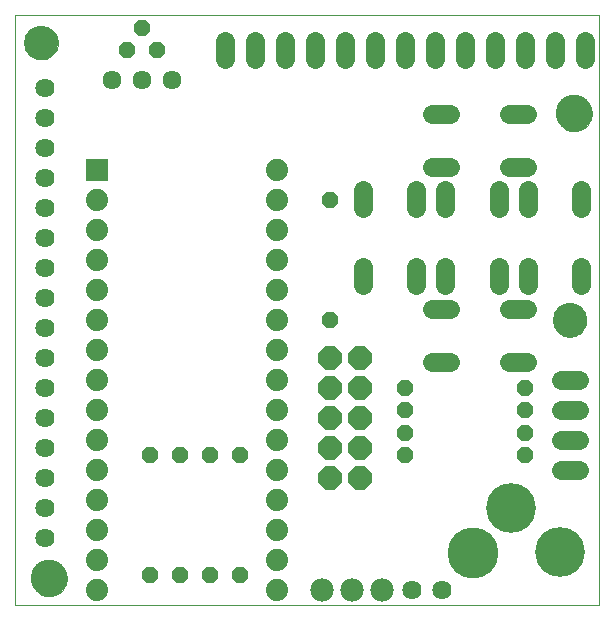
<source format=gbs>
G75*
%MOIN*%
%OFA0B0*%
%FSLAX24Y24*%
%IPPOS*%
%LPD*%
%AMOC8*
5,1,8,0,0,1.08239X$1,22.5*
%
%ADD10C,0.0000*%
%ADD11C,0.1221*%
%ADD12C,0.1142*%
%ADD13OC8,0.0560*%
%ADD14C,0.0640*%
%ADD15C,0.0634*%
%ADD16C,0.0634*%
%ADD17C,0.0640*%
%ADD18OC8,0.0780*%
%ADD19C,0.1700*%
%ADD20C,0.1660*%
%ADD21R,0.0740X0.0740*%
%ADD22C,0.0740*%
%ADD23C,0.0780*%
D10*
X000550Y002400D02*
X000550Y022085D01*
X020042Y022085D01*
X020042Y002400D01*
X000550Y002400D01*
X001103Y003294D02*
X001105Y003342D01*
X001111Y003390D01*
X001121Y003437D01*
X001134Y003483D01*
X001152Y003528D01*
X001172Y003572D01*
X001197Y003614D01*
X001225Y003653D01*
X001255Y003690D01*
X001289Y003724D01*
X001326Y003756D01*
X001364Y003785D01*
X001405Y003810D01*
X001448Y003832D01*
X001493Y003850D01*
X001539Y003864D01*
X001586Y003875D01*
X001634Y003882D01*
X001682Y003885D01*
X001730Y003884D01*
X001778Y003879D01*
X001826Y003870D01*
X001872Y003858D01*
X001917Y003841D01*
X001961Y003821D01*
X002003Y003798D01*
X002043Y003771D01*
X002081Y003741D01*
X002116Y003708D01*
X002148Y003672D01*
X002178Y003634D01*
X002204Y003593D01*
X002226Y003550D01*
X002246Y003506D01*
X002261Y003461D01*
X002273Y003414D01*
X002281Y003366D01*
X002285Y003318D01*
X002285Y003270D01*
X002281Y003222D01*
X002273Y003174D01*
X002261Y003127D01*
X002246Y003082D01*
X002226Y003038D01*
X002204Y002995D01*
X002178Y002954D01*
X002148Y002916D01*
X002116Y002880D01*
X002081Y002847D01*
X002043Y002817D01*
X002003Y002790D01*
X001961Y002767D01*
X001917Y002747D01*
X001872Y002730D01*
X001826Y002718D01*
X001778Y002709D01*
X001730Y002704D01*
X001682Y002703D01*
X001634Y002706D01*
X001586Y002713D01*
X001539Y002724D01*
X001493Y002738D01*
X001448Y002756D01*
X001405Y002778D01*
X001364Y002803D01*
X001326Y002832D01*
X001289Y002864D01*
X001255Y002898D01*
X001225Y002935D01*
X001197Y002974D01*
X001172Y003016D01*
X001152Y003060D01*
X001134Y003105D01*
X001121Y003151D01*
X001111Y003198D01*
X001105Y003246D01*
X001103Y003294D01*
X000893Y021150D02*
X000895Y021197D01*
X000901Y021243D01*
X000911Y021289D01*
X000924Y021334D01*
X000942Y021377D01*
X000963Y021419D01*
X000987Y021459D01*
X001015Y021496D01*
X001046Y021531D01*
X001080Y021564D01*
X001116Y021593D01*
X001155Y021619D01*
X001196Y021642D01*
X001239Y021661D01*
X001283Y021677D01*
X001328Y021689D01*
X001374Y021697D01*
X001421Y021701D01*
X001467Y021701D01*
X001514Y021697D01*
X001560Y021689D01*
X001605Y021677D01*
X001649Y021661D01*
X001692Y021642D01*
X001733Y021619D01*
X001772Y021593D01*
X001808Y021564D01*
X001842Y021531D01*
X001873Y021496D01*
X001901Y021459D01*
X001925Y021419D01*
X001946Y021377D01*
X001964Y021334D01*
X001977Y021289D01*
X001987Y021243D01*
X001993Y021197D01*
X001995Y021150D01*
X001993Y021103D01*
X001987Y021057D01*
X001977Y021011D01*
X001964Y020966D01*
X001946Y020923D01*
X001925Y020881D01*
X001901Y020841D01*
X001873Y020804D01*
X001842Y020769D01*
X001808Y020736D01*
X001772Y020707D01*
X001733Y020681D01*
X001692Y020658D01*
X001649Y020639D01*
X001605Y020623D01*
X001560Y020611D01*
X001514Y020603D01*
X001467Y020599D01*
X001421Y020599D01*
X001374Y020603D01*
X001328Y020611D01*
X001283Y020623D01*
X001239Y020639D01*
X001196Y020658D01*
X001155Y020681D01*
X001116Y020707D01*
X001080Y020736D01*
X001046Y020769D01*
X001015Y020804D01*
X000987Y020841D01*
X000963Y020881D01*
X000942Y020923D01*
X000924Y020966D01*
X000911Y021011D01*
X000901Y021057D01*
X000895Y021103D01*
X000893Y021150D01*
X018603Y018794D02*
X018605Y018842D01*
X018611Y018890D01*
X018621Y018937D01*
X018634Y018983D01*
X018652Y019028D01*
X018672Y019072D01*
X018697Y019114D01*
X018725Y019153D01*
X018755Y019190D01*
X018789Y019224D01*
X018826Y019256D01*
X018864Y019285D01*
X018905Y019310D01*
X018948Y019332D01*
X018993Y019350D01*
X019039Y019364D01*
X019086Y019375D01*
X019134Y019382D01*
X019182Y019385D01*
X019230Y019384D01*
X019278Y019379D01*
X019326Y019370D01*
X019372Y019358D01*
X019417Y019341D01*
X019461Y019321D01*
X019503Y019298D01*
X019543Y019271D01*
X019581Y019241D01*
X019616Y019208D01*
X019648Y019172D01*
X019678Y019134D01*
X019704Y019093D01*
X019726Y019050D01*
X019746Y019006D01*
X019761Y018961D01*
X019773Y018914D01*
X019781Y018866D01*
X019785Y018818D01*
X019785Y018770D01*
X019781Y018722D01*
X019773Y018674D01*
X019761Y018627D01*
X019746Y018582D01*
X019726Y018538D01*
X019704Y018495D01*
X019678Y018454D01*
X019648Y018416D01*
X019616Y018380D01*
X019581Y018347D01*
X019543Y018317D01*
X019503Y018290D01*
X019461Y018267D01*
X019417Y018247D01*
X019372Y018230D01*
X019326Y018218D01*
X019278Y018209D01*
X019230Y018204D01*
X019182Y018203D01*
X019134Y018206D01*
X019086Y018213D01*
X019039Y018224D01*
X018993Y018238D01*
X018948Y018256D01*
X018905Y018278D01*
X018864Y018303D01*
X018826Y018332D01*
X018789Y018364D01*
X018755Y018398D01*
X018725Y018435D01*
X018697Y018474D01*
X018672Y018516D01*
X018652Y018560D01*
X018634Y018605D01*
X018621Y018651D01*
X018611Y018698D01*
X018605Y018746D01*
X018603Y018794D01*
X018499Y011900D02*
X018501Y011947D01*
X018507Y011993D01*
X018517Y012039D01*
X018530Y012084D01*
X018548Y012127D01*
X018569Y012169D01*
X018593Y012209D01*
X018621Y012246D01*
X018652Y012281D01*
X018686Y012314D01*
X018722Y012343D01*
X018761Y012369D01*
X018802Y012392D01*
X018845Y012411D01*
X018889Y012427D01*
X018934Y012439D01*
X018980Y012447D01*
X019027Y012451D01*
X019073Y012451D01*
X019120Y012447D01*
X019166Y012439D01*
X019211Y012427D01*
X019255Y012411D01*
X019298Y012392D01*
X019339Y012369D01*
X019378Y012343D01*
X019414Y012314D01*
X019448Y012281D01*
X019479Y012246D01*
X019507Y012209D01*
X019531Y012169D01*
X019552Y012127D01*
X019570Y012084D01*
X019583Y012039D01*
X019593Y011993D01*
X019599Y011947D01*
X019601Y011900D01*
X019599Y011853D01*
X019593Y011807D01*
X019583Y011761D01*
X019570Y011716D01*
X019552Y011673D01*
X019531Y011631D01*
X019507Y011591D01*
X019479Y011554D01*
X019448Y011519D01*
X019414Y011486D01*
X019378Y011457D01*
X019339Y011431D01*
X019298Y011408D01*
X019255Y011389D01*
X019211Y011373D01*
X019166Y011361D01*
X019120Y011353D01*
X019073Y011349D01*
X019027Y011349D01*
X018980Y011353D01*
X018934Y011361D01*
X018889Y011373D01*
X018845Y011389D01*
X018802Y011408D01*
X018761Y011431D01*
X018722Y011457D01*
X018686Y011486D01*
X018652Y011519D01*
X018621Y011554D01*
X018593Y011591D01*
X018569Y011631D01*
X018548Y011673D01*
X018530Y011716D01*
X018517Y011761D01*
X018507Y011807D01*
X018501Y011853D01*
X018499Y011900D01*
D11*
X019194Y018794D03*
X001694Y003294D03*
D12*
X019050Y011900D03*
X001444Y021150D03*
D13*
X004300Y020900D03*
X004800Y021650D03*
X005300Y020900D03*
X011050Y015900D03*
X011050Y011900D03*
X013550Y009650D03*
X013550Y008900D03*
X013550Y008150D03*
X013550Y007400D03*
X017550Y007400D03*
X017550Y008150D03*
X017550Y008900D03*
X017550Y009650D03*
X008050Y007400D03*
X007050Y007400D03*
X006050Y007400D03*
X005050Y007400D03*
X005050Y003400D03*
X006050Y003400D03*
X007050Y003400D03*
X008050Y003400D03*
D14*
X013800Y002900D03*
X014800Y002900D03*
X001550Y004650D03*
X001550Y005650D03*
X001550Y006650D03*
X001550Y007650D03*
X001550Y008650D03*
X001550Y009650D03*
X001550Y010650D03*
X001550Y011650D03*
X001550Y012650D03*
X001550Y013650D03*
X001550Y014650D03*
X001550Y015650D03*
X001550Y016650D03*
X001550Y017650D03*
X001550Y018650D03*
X001550Y019650D03*
D15*
X003800Y019900D03*
X004800Y019900D03*
X005800Y019900D03*
D16*
X007550Y020603D02*
X007550Y021197D01*
X008550Y021197D02*
X008550Y020603D01*
X009550Y020603D02*
X009550Y021197D01*
X010550Y021197D02*
X010550Y020603D01*
X011550Y020603D02*
X011550Y021197D01*
X012550Y021197D02*
X012550Y020603D01*
X013550Y020603D02*
X013550Y021197D01*
X014550Y021197D02*
X014550Y020603D01*
X015550Y020603D02*
X015550Y021197D01*
X016550Y021197D02*
X016550Y020603D01*
X017550Y020603D02*
X017550Y021197D01*
X018550Y021197D02*
X018550Y020603D01*
X019550Y020603D02*
X019550Y021197D01*
X019347Y009900D02*
X018753Y009900D01*
X018753Y008900D02*
X019347Y008900D01*
X019347Y007900D02*
X018753Y007900D01*
X018753Y006900D02*
X019347Y006900D01*
D17*
X017630Y010510D02*
X017030Y010510D01*
X017030Y012290D02*
X017630Y012290D01*
X017660Y013070D02*
X017660Y013670D01*
X016690Y013670D02*
X016690Y013070D01*
X015070Y012290D02*
X014470Y012290D01*
X014910Y013070D02*
X014910Y013670D01*
X013940Y013670D02*
X013940Y013070D01*
X012160Y013070D02*
X012160Y013670D01*
X012160Y015630D02*
X012160Y016230D01*
X013940Y016230D02*
X013940Y015630D01*
X014910Y015630D02*
X014910Y016230D01*
X015070Y017010D02*
X014470Y017010D01*
X014470Y018790D02*
X015070Y018790D01*
X017030Y018790D02*
X017630Y018790D01*
X017630Y017010D02*
X017030Y017010D01*
X016690Y016230D02*
X016690Y015630D01*
X017660Y015630D02*
X017660Y016230D01*
X019440Y016230D02*
X019440Y015630D01*
X019440Y013670D02*
X019440Y013070D01*
X015070Y010510D02*
X014470Y010510D01*
D18*
X012050Y010650D03*
X012050Y009650D03*
X012050Y008650D03*
X012050Y007650D03*
X012050Y006650D03*
X011050Y006650D03*
X011050Y007650D03*
X011050Y008650D03*
X011050Y009650D03*
X011050Y010650D03*
D19*
X015836Y004150D03*
D20*
X017087Y005631D03*
X018719Y004160D03*
D21*
X003300Y016900D03*
D22*
X003300Y015900D03*
X003300Y014900D03*
X003300Y013900D03*
X003300Y012900D03*
X003300Y011900D03*
X003300Y010900D03*
X003300Y009900D03*
X003300Y008900D03*
X003300Y007900D03*
X003300Y006900D03*
X003300Y005900D03*
X003300Y004900D03*
X003300Y003900D03*
X003300Y002900D03*
X009300Y002900D03*
X009300Y003900D03*
X009300Y004900D03*
X009300Y005900D03*
X009300Y006900D03*
X009300Y007900D03*
X009300Y008900D03*
X009300Y009900D03*
X009300Y010900D03*
X009300Y011900D03*
X009300Y012900D03*
X009300Y013900D03*
X009300Y014900D03*
X009300Y015900D03*
X009300Y016900D03*
D23*
X010800Y002900D03*
X011800Y002900D03*
X012800Y002900D03*
M02*

</source>
